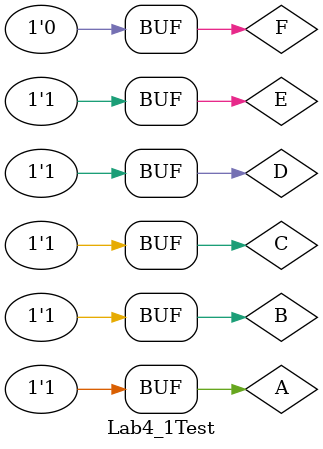
<source format=v>
`timescale 1ns / 1ps


module Lab4_1Test;

	// Inputs
	reg A;
	reg B;
	reg C;
	reg D;
	reg E;
	reg F;

	// Outputs
	wire [1:0] O;

	// Instantiate the Unit Under Test (UUT)
	Lab4_1 uut (
		.A(A), 
		.B(B), 
		.C(C), 
		.D(D), 
		.E(E), 
		.F(F), 
		.O(O)
	);

	initial begin
		// Initialize Inputs
		A = 1;
		B = 1;
		C = 1;
		D = 1;
		E = 1;
		F = 0;

		// Wait 100 ns for global reset to finish
		#100;
        
		// Add stimulus here

	end
      
endmodule


</source>
